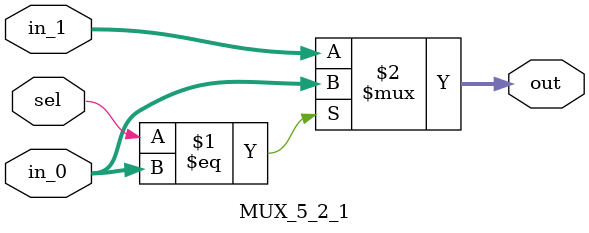
<source format=v>
`timescale 1ns / 1ps
/*本文件为 5 位 2 选 1 MUX设计文件
输入：
in_0：5 位 0 口的输入
in_1：5 位 1 口的输入
sel：选择信号
输出：
out ：MUX的输出
*/
//////////////////////////////////////////////////////////////////////////////////


module MUX_5_2_1(in_0, in_1, sel, out);
    input[4:0] in_0, in_1;
    input sel;
    output [4:0] out;
	assign out = (sel == in_0 ? in_0:in_1);
endmodule
</source>
